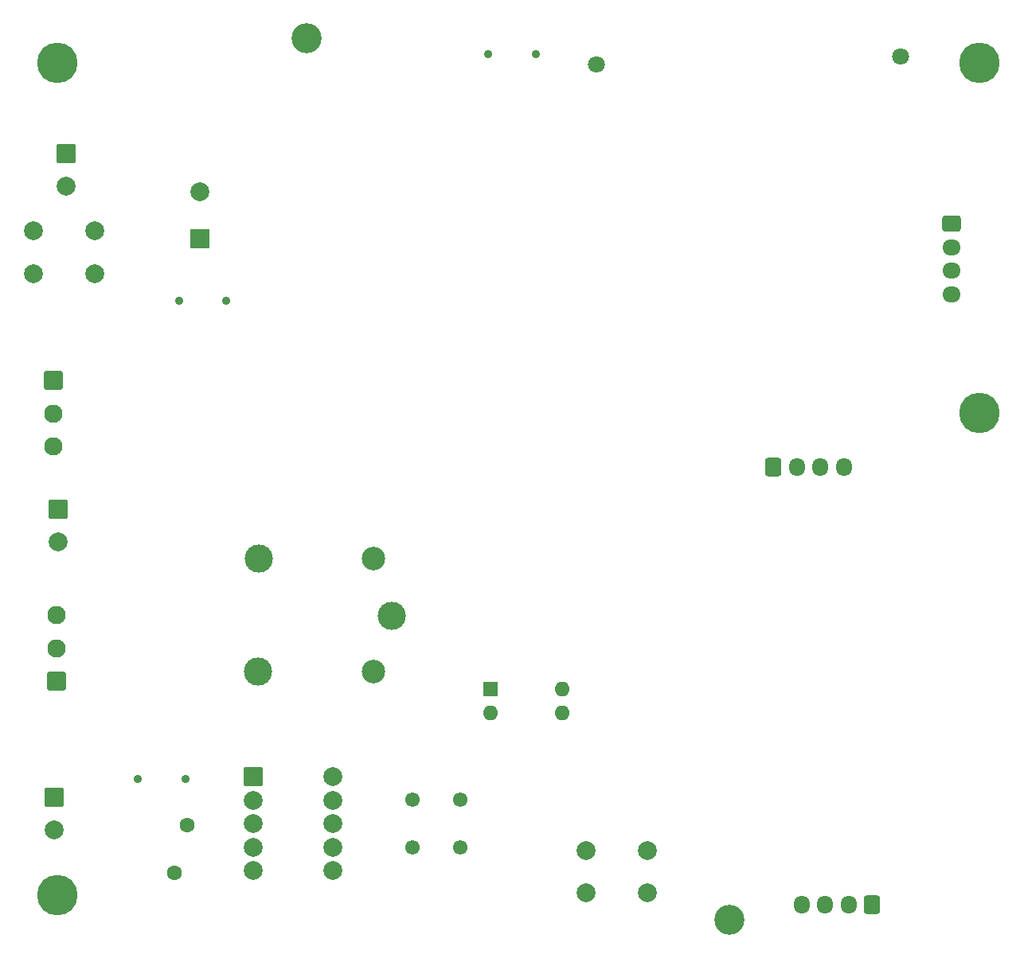
<source format=gbr>
%TF.GenerationSoftware,KiCad,Pcbnew,7.0.6*%
%TF.CreationDate,2024-08-06T23:51:49+05:30*%
%TF.ProjectId,Icon_Power_Load_V2,49636f6e-5f50-46f7-9765-725f4c6f6164,rev?*%
%TF.SameCoordinates,Original*%
%TF.FileFunction,Soldermask,Bot*%
%TF.FilePolarity,Negative*%
%FSLAX46Y46*%
G04 Gerber Fmt 4.6, Leading zero omitted, Abs format (unit mm)*
G04 Created by KiCad (PCBNEW 7.0.6) date 2024-08-06 23:51:49*
%MOMM*%
%LPD*%
G01*
G04 APERTURE LIST*
G04 Aperture macros list*
%AMRoundRect*
0 Rectangle with rounded corners*
0 $1 Rounding radius*
0 $2 $3 $4 $5 $6 $7 $8 $9 X,Y pos of 4 corners*
0 Add a 4 corners polygon primitive as box body*
4,1,4,$2,$3,$4,$5,$6,$7,$8,$9,$2,$3,0*
0 Add four circle primitives for the rounded corners*
1,1,$1+$1,$2,$3*
1,1,$1+$1,$4,$5*
1,1,$1+$1,$6,$7*
1,1,$1+$1,$8,$9*
0 Add four rect primitives between the rounded corners*
20,1,$1+$1,$2,$3,$4,$5,0*
20,1,$1+$1,$4,$5,$6,$7,0*
20,1,$1+$1,$6,$7,$8,$9,0*
20,1,$1+$1,$8,$9,$2,$3,0*%
G04 Aperture macros list end*
%ADD10C,1.800000*%
%ADD11C,4.300000*%
%ADD12C,1.600000*%
%ADD13R,1.600000X1.600000*%
%ADD14O,1.600000X1.600000*%
%ADD15C,2.000000*%
%ADD16C,1.550000*%
%ADD17RoundRect,0.250000X-0.725000X0.600000X-0.725000X-0.600000X0.725000X-0.600000X0.725000X0.600000X0*%
%ADD18O,1.950000X1.700000*%
%ADD19C,0.911000*%
%ADD20RoundRect,0.102000X-0.875000X0.875000X-0.875000X-0.875000X0.875000X-0.875000X0.875000X0.875000X0*%
%ADD21C,1.954000*%
%ADD22R,2.000000X2.000000*%
%ADD23RoundRect,0.102000X-0.900000X-0.900000X0.900000X-0.900000X0.900000X0.900000X-0.900000X0.900000X0*%
%ADD24C,2.004000*%
%ADD25RoundRect,0.250000X0.600000X0.725000X-0.600000X0.725000X-0.600000X-0.725000X0.600000X-0.725000X0*%
%ADD26O,1.700000X1.950000*%
%ADD27RoundRect,0.250000X-0.600000X-0.725000X0.600000X-0.725000X0.600000X0.725000X-0.600000X0.725000X0*%
%ADD28C,3.000000*%
%ADD29C,2.500000*%
%ADD30RoundRect,0.102000X-0.900000X0.900000X-0.900000X-0.900000X0.900000X-0.900000X0.900000X0.900000X0*%
%ADD31C,3.200000*%
%ADD32RoundRect,0.102000X0.875000X-0.875000X0.875000X0.875000X-0.875000X0.875000X-0.875000X-0.875000X0*%
G04 APERTURE END LIST*
D10*
%TO.C,TP_3v3*%
X187624000Y-56810000D03*
%TD*%
D11*
%TO.C,H5*%
X195964000Y-57530000D03*
%TD*%
D12*
%TO.C,Varistor*%
X110389000Y-143680000D03*
X111689000Y-138680000D03*
%TD*%
D13*
%TO.C,U6*%
X143951800Y-124201000D03*
D14*
X143951800Y-126741000D03*
X151571800Y-126741000D03*
X151571800Y-124201000D03*
%TD*%
D11*
%TO.C,H6*%
X195964000Y-94792800D03*
%TD*%
D15*
%TO.C,SW2*%
X154178000Y-141351000D03*
X160678000Y-141351000D03*
X154178000Y-145851000D03*
X160678000Y-145851000D03*
%TD*%
D11*
%TO.C,H3*%
X97964000Y-146130000D03*
%TD*%
D16*
%TO.C,D3*%
X140800000Y-141050000D03*
X140800000Y-135950000D03*
X135700000Y-135950000D03*
X135700000Y-141050000D03*
%TD*%
D17*
%TO.C,J3*%
X192971300Y-74634400D03*
D18*
X192971300Y-77134400D03*
X192971300Y-79634400D03*
X192971300Y-82134400D03*
%TD*%
D19*
%TO.C,F3*%
X106475000Y-133750000D03*
X111525000Y-133750000D03*
%TD*%
%TO.C,F2*%
X143728200Y-56591200D03*
X148778200Y-56591200D03*
%TD*%
D20*
%TO.C,J5*%
X97534400Y-91326300D03*
D21*
X97534400Y-94826300D03*
X97534400Y-98326300D03*
%TD*%
D22*
%TO.C,C1*%
X113055400Y-76205477D03*
D15*
X113055400Y-71205477D03*
%TD*%
D23*
%TO.C,U4*%
X118740000Y-133500000D03*
D24*
X118740000Y-136000000D03*
X118740000Y-138500000D03*
X118740000Y-141000000D03*
X118740000Y-143500000D03*
X127250000Y-143500000D03*
X127250000Y-141000000D03*
X127250000Y-138500000D03*
X127250000Y-136000000D03*
X127250000Y-133500000D03*
%TD*%
D25*
%TO.C,J1*%
X184581800Y-147116800D03*
D26*
X182081800Y-147116800D03*
X179581800Y-147116800D03*
X177081800Y-147116800D03*
%TD*%
D27*
%TO.C,J2*%
X174070000Y-100507800D03*
D26*
X176570000Y-100507800D03*
X179070000Y-100507800D03*
X181570000Y-100507800D03*
%TD*%
D11*
%TO.C,H4*%
X97964000Y-57530000D03*
%TD*%
D28*
%TO.C,K1*%
X133468000Y-116332000D03*
D29*
X131518000Y-110282000D03*
D28*
X119318000Y-110282000D03*
X119268000Y-122332000D03*
D29*
X131518000Y-122282000D03*
%TD*%
D10*
%TO.C,TP_5v*%
X155239000Y-57705000D03*
%TD*%
D30*
%TO.C,J7*%
X97614000Y-135647500D03*
D24*
X97614000Y-139147500D03*
%TD*%
D30*
%TO.C,J8*%
X97993200Y-105008800D03*
D24*
X97993200Y-108508800D03*
%TD*%
D15*
%TO.C,SW1*%
X101924000Y-79930000D03*
X95424000Y-79930000D03*
X101924000Y-75430000D03*
X95424000Y-75430000D03*
%TD*%
D31*
%TO.C,H1*%
X124414000Y-54878000D03*
%TD*%
D19*
%TO.C,F1*%
X110849000Y-82840000D03*
X115899000Y-82840000D03*
%TD*%
D30*
%TO.C,J4*%
X98844000Y-67160000D03*
D24*
X98844000Y-70660000D03*
%TD*%
D31*
%TO.C,H2*%
X169414000Y-148751000D03*
%TD*%
D32*
%TO.C,J6*%
X97866200Y-123317000D03*
D21*
X97866200Y-119817000D03*
X97866200Y-116317000D03*
%TD*%
M02*

</source>
